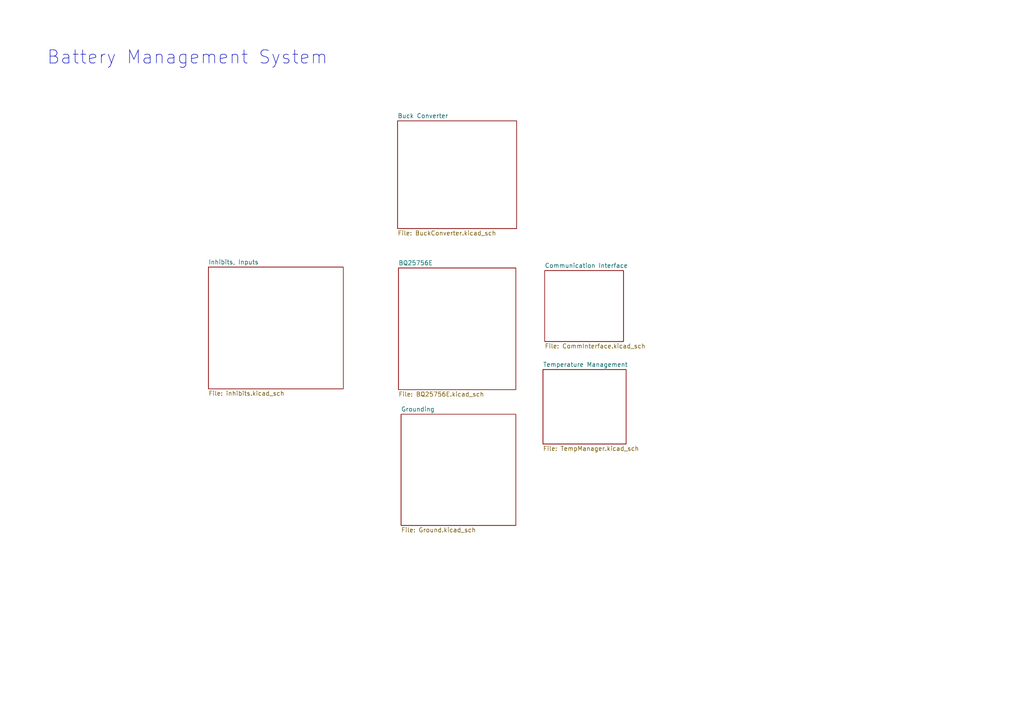
<source format=kicad_sch>
(kicad_sch
	(version 20250114)
	(generator "eeschema")
	(generator_version "9.0")
	(uuid "a54826c2-d365-4450-b7a8-71945dba02c0")
	(paper "A4")
	(lib_symbols)
	(text "Battery Management System\n"
		(exclude_from_sim no)
		(at 54.356 16.764 0)
		(effects
			(font
				(size 3.81 3.81)
			)
		)
		(uuid "0591f4a2-32be-481c-a2a0-4354f712aa1e")
	)
	(sheet
		(at 157.48 107.188)
		(size 24.13 21.59)
		(exclude_from_sim no)
		(in_bom yes)
		(on_board yes)
		(dnp no)
		(fields_autoplaced yes)
		(stroke
			(width 0.1524)
			(type solid)
		)
		(fill
			(color 0 0 0 0.0000)
		)
		(uuid "0abfe1b7-b2c5-435a-836b-f8738c6d6c05")
		(property "Sheetname" "Temperature Management"
			(at 157.48 106.4764 0)
			(effects
				(font
					(size 1.27 1.27)
				)
				(justify left bottom)
			)
		)
		(property "Sheetfile" "TempManager.kicad_sch"
			(at 157.48 129.3626 0)
			(effects
				(font
					(size 1.27 1.27)
				)
				(justify left top)
			)
		)
		(instances
			(project "ChargeController3.0"
				(path "/a54826c2-d365-4450-b7a8-71945dba02c0"
					(page "4")
				)
			)
		)
	)
	(sheet
		(at 60.452 77.47)
		(size 39.116 35.306)
		(exclude_from_sim no)
		(in_bom yes)
		(on_board yes)
		(dnp no)
		(fields_autoplaced yes)
		(stroke
			(width 0.1524)
			(type solid)
		)
		(fill
			(color 0 0 0 0.0000)
		)
		(uuid "1a06612a-f5de-4723-89a9-e836b895f94e")
		(property "Sheetname" "Inhibits, Inputs"
			(at 60.452 76.7584 0)
			(effects
				(font
					(size 1.27 1.27)
				)
				(justify left bottom)
			)
		)
		(property "Sheetfile" "inhibits.kicad_sch"
			(at 60.452 113.3606 0)
			(effects
				(font
					(size 1.27 1.27)
				)
				(justify left top)
			)
		)
		(instances
			(project "ChargeController3.0"
				(path "/a54826c2-d365-4450-b7a8-71945dba02c0"
					(page "6")
				)
			)
		)
	)
	(sheet
		(at 115.316 35.052)
		(size 34.544 31.242)
		(exclude_from_sim no)
		(in_bom yes)
		(on_board yes)
		(dnp no)
		(fields_autoplaced yes)
		(stroke
			(width 0.1524)
			(type solid)
		)
		(fill
			(color 0 0 0 0.0000)
		)
		(uuid "29f953ff-7d4e-4faa-b64e-2892e2a5e55a")
		(property "Sheetname" "Buck Converter"
			(at 115.316 34.3404 0)
			(effects
				(font
					(size 1.27 1.27)
				)
				(justify left bottom)
			)
		)
		(property "Sheetfile" "BuckConverter.kicad_sch"
			(at 115.316 66.8786 0)
			(effects
				(font
					(size 1.27 1.27)
				)
				(justify left top)
			)
		)
		(instances
			(project "ChargeController3.0"
				(path "/a54826c2-d365-4450-b7a8-71945dba02c0"
					(page "3")
				)
			)
		)
	)
	(sheet
		(at 157.988 78.486)
		(size 22.86 20.574)
		(exclude_from_sim no)
		(in_bom yes)
		(on_board yes)
		(dnp no)
		(fields_autoplaced yes)
		(stroke
			(width 0.1524)
			(type solid)
		)
		(fill
			(color 0 0 0 0.0000)
		)
		(uuid "8779625f-bbe1-4b47-be0c-e79d9164e4be")
		(property "Sheetname" "Communication Interface"
			(at 157.988 77.7744 0)
			(effects
				(font
					(size 1.27 1.27)
				)
				(justify left bottom)
			)
		)
		(property "Sheetfile" "CommInterface.kicad_sch"
			(at 157.988 99.6446 0)
			(effects
				(font
					(size 1.27 1.27)
				)
				(justify left top)
			)
		)
		(instances
			(project "ChargeController3.0"
				(path "/a54826c2-d365-4450-b7a8-71945dba02c0"
					(page "5")
				)
			)
		)
	)
	(sheet
		(at 115.57 77.724)
		(size 34.036 35.306)
		(exclude_from_sim no)
		(in_bom yes)
		(on_board yes)
		(dnp no)
		(fields_autoplaced yes)
		(stroke
			(width 0.1524)
			(type solid)
		)
		(fill
			(color 0 0 0 0.0000)
		)
		(uuid "9cc11239-a5da-4d64-84b9-35bfc57c50fe")
		(property "Sheetname" "BQ25756E"
			(at 115.57 77.0124 0)
			(effects
				(font
					(size 1.27 1.27)
				)
				(justify left bottom)
			)
		)
		(property "Sheetfile" "BQ25756E.kicad_sch"
			(at 115.57 113.6146 0)
			(effects
				(font
					(size 1.27 1.27)
				)
				(justify left top)
			)
		)
		(instances
			(project "ChargeController3.0"
				(path "/a54826c2-d365-4450-b7a8-71945dba02c0"
					(page "2")
				)
			)
		)
	)
	(sheet
		(at 116.332 120.142)
		(size 33.274 32.258)
		(exclude_from_sim no)
		(in_bom yes)
		(on_board yes)
		(dnp no)
		(fields_autoplaced yes)
		(stroke
			(width 0.1524)
			(type solid)
		)
		(fill
			(color 0 0 0 0.0000)
		)
		(uuid "e0d94fc4-66f1-49e4-9d34-febf8dbdc1e6")
		(property "Sheetname" "Grounding"
			(at 116.332 119.4304 0)
			(effects
				(font
					(size 1.27 1.27)
				)
				(justify left bottom)
			)
		)
		(property "Sheetfile" "Ground.kicad_sch"
			(at 116.332 152.9846 0)
			(effects
				(font
					(size 1.27 1.27)
				)
				(justify left top)
			)
		)
		(instances
			(project "ChargeController3.0"
				(path "/a54826c2-d365-4450-b7a8-71945dba02c0"
					(page "7")
				)
			)
		)
	)
	(sheet_instances
		(path "/"
			(page "1")
		)
	)
	(embedded_fonts no)
)

</source>
